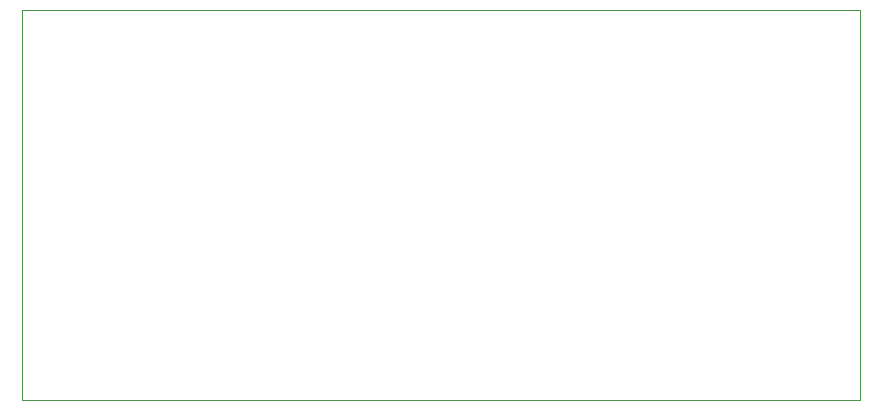
<source format=gm1>
G04 #@! TF.GenerationSoftware,KiCad,Pcbnew,7.0.8*
G04 #@! TF.CreationDate,2023-11-17T13:56:22+01:00*
G04 #@! TF.ProjectId,shmoergh-dual-rail-psu,73686d6f-6572-4676-982d-6475616c2d72,rev?*
G04 #@! TF.SameCoordinates,Original*
G04 #@! TF.FileFunction,Profile,NP*
%FSLAX46Y46*%
G04 Gerber Fmt 4.6, Leading zero omitted, Abs format (unit mm)*
G04 Created by KiCad (PCBNEW 7.0.8) date 2023-11-17 13:56:22*
%MOMM*%
%LPD*%
G01*
G04 APERTURE LIST*
G04 #@! TA.AperFunction,Profile*
%ADD10C,0.100000*%
G04 #@! TD*
G04 APERTURE END LIST*
D10*
X19000000Y-15000000D02*
X90000000Y-15000000D01*
X90000000Y-15000000D02*
X90000000Y-48000000D01*
X19000000Y-48000000D02*
X19000000Y-15000000D01*
X90000000Y-48000000D02*
X19000000Y-48000000D01*
M02*

</source>
